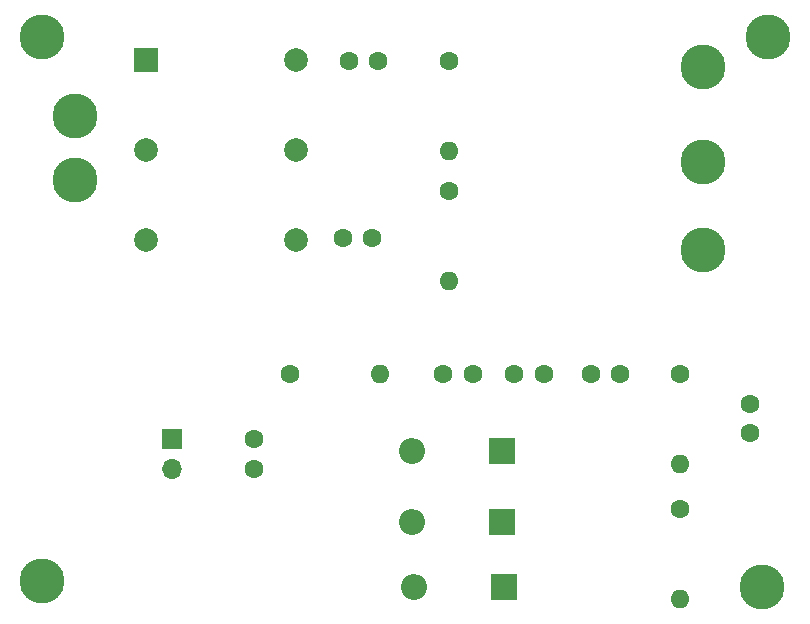
<source format=gbr>
%TF.GenerationSoftware,KiCad,Pcbnew,5.1.10*%
%TF.CreationDate,2021-06-11T08:34:38+02:00*%
%TF.ProjectId,supply,73757070-6c79-42e6-9b69-6361645f7063,rev?*%
%TF.SameCoordinates,Original*%
%TF.FileFunction,Soldermask,Bot*%
%TF.FilePolarity,Negative*%
%FSLAX46Y46*%
G04 Gerber Fmt 4.6, Leading zero omitted, Abs format (unit mm)*
G04 Created by KiCad (PCBNEW 5.1.10) date 2021-06-11 08:34:38*
%MOMM*%
%LPD*%
G01*
G04 APERTURE LIST*
%ADD10O,1.700000X1.700000*%
%ADD11R,1.700000X1.700000*%
%ADD12C,1.600000*%
%ADD13R,2.200000X2.200000*%
%ADD14O,2.200000X2.200000*%
%ADD15C,3.800000*%
%ADD16O,1.600000X1.600000*%
%ADD17C,2.000000*%
%ADD18R,2.000000X2.000000*%
G04 APERTURE END LIST*
D10*
%TO.C,BT1*%
X56500000Y-125540000D03*
D11*
X56500000Y-123000000D03*
%TD*%
D12*
%TO.C,C1*%
X63500000Y-123000000D03*
X63500000Y-125500000D03*
%TD*%
%TO.C,C2*%
X79500000Y-117500000D03*
X82000000Y-117500000D03*
%TD*%
%TO.C,C3*%
X85500000Y-117500000D03*
X88000000Y-117500000D03*
%TD*%
%TO.C,C4*%
X94500000Y-117500000D03*
X92000000Y-117500000D03*
%TD*%
%TO.C,C5*%
X74000000Y-91000000D03*
X71500000Y-91000000D03*
%TD*%
%TO.C,C6*%
X71000000Y-106000000D03*
X73500000Y-106000000D03*
%TD*%
%TO.C,C7*%
X105500000Y-120000000D03*
X105500000Y-122500000D03*
%TD*%
D13*
%TO.C,D1*%
X84500000Y-124000000D03*
D14*
X76880000Y-124000000D03*
%TD*%
%TO.C,D2*%
X76880000Y-130000000D03*
D13*
X84500000Y-130000000D03*
%TD*%
%TO.C,D3*%
X84620000Y-135500000D03*
D14*
X77000000Y-135500000D03*
%TD*%
D15*
%TO.C,J2*%
X101500000Y-99500000D03*
%TD*%
%TO.C,J3*%
X101500000Y-91500000D03*
%TD*%
%TO.C,J4*%
X101500000Y-107000000D03*
%TD*%
D12*
%TO.C,L1*%
X66500000Y-117500000D03*
D16*
X74120000Y-117500000D03*
%TD*%
D12*
%TO.C,R1*%
X99500000Y-117500000D03*
D16*
X99500000Y-125120000D03*
%TD*%
%TO.C,R2*%
X99500000Y-136500000D03*
D12*
X99500000Y-128880000D03*
%TD*%
%TO.C,R3*%
X80000000Y-102000000D03*
D16*
X80000000Y-109620000D03*
%TD*%
%TO.C,R4*%
X80000000Y-98620000D03*
D12*
X80000000Y-91000000D03*
%TD*%
D17*
%TO.C,TR1*%
X67000000Y-90880000D03*
D18*
X54300000Y-90880000D03*
D17*
X67000000Y-98500000D03*
X54300000Y-98500000D03*
X67000000Y-106120000D03*
X54300000Y-106120000D03*
%TD*%
D15*
%TO.C,J1*%
X48324999Y-95675001D03*
%TD*%
%TO.C,J5*%
X48324999Y-101025001D03*
%TD*%
%TO.C,J6*%
X45500000Y-135000000D03*
%TD*%
%TO.C,J7*%
X106500000Y-135500000D03*
%TD*%
%TO.C,J8*%
X45500000Y-89000000D03*
%TD*%
%TO.C,J9*%
X107000000Y-89000000D03*
%TD*%
M02*

</source>
